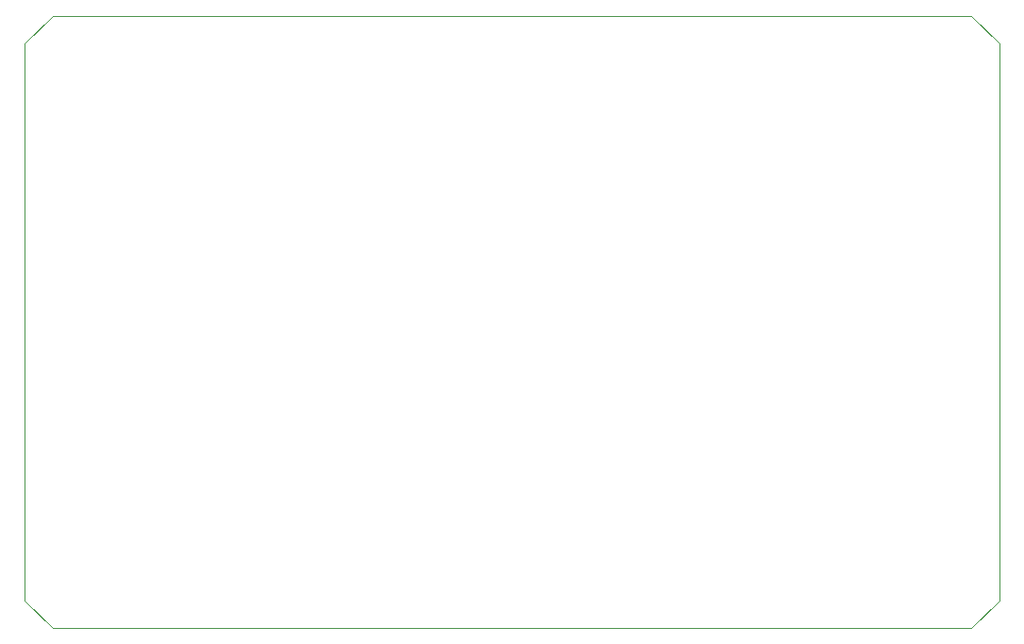
<source format=gbr>
%TF.GenerationSoftware,KiCad,Pcbnew,9.0.6*%
%TF.CreationDate,2026-01-31T10:20:15-08:00*%
%TF.ProjectId,ArmRobotBoardTeensy,41726d52-6f62-46f7-9442-6f6172645465,rev?*%
%TF.SameCoordinates,Original*%
%TF.FileFunction,Profile,NP*%
%FSLAX46Y46*%
G04 Gerber Fmt 4.6, Leading zero omitted, Abs format (unit mm)*
G04 Created by KiCad (PCBNEW 9.0.6) date 2026-01-31 10:20:15*
%MOMM*%
%LPD*%
G01*
G04 APERTURE LIST*
%TA.AperFunction,Profile*%
%ADD10C,0.050000*%
%TD*%
G04 APERTURE END LIST*
D10*
X187500000Y-126500000D02*
X185000000Y-129000000D01*
X100000000Y-76500000D02*
X102500000Y-74000000D01*
X187500000Y-76500000D02*
X187500000Y-126500000D01*
X185000000Y-74000000D02*
X187500000Y-76500000D01*
X185000000Y-129000000D02*
X102500000Y-129000000D01*
X102500000Y-74000000D02*
X185000000Y-74000000D01*
X102500000Y-129000000D02*
X100000000Y-126500000D01*
X100000000Y-126500000D02*
X100000000Y-76500000D01*
M02*

</source>
